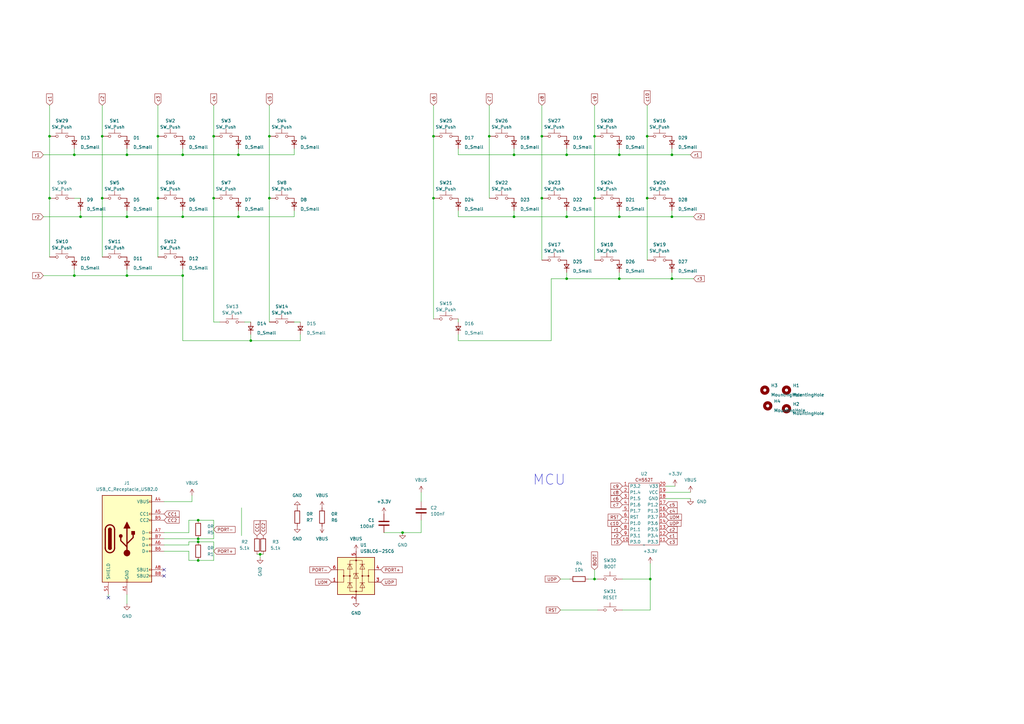
<source format=kicad_sch>
(kicad_sch (version 20230121) (generator eeschema)
  (paper "A3")
  (lib_symbols
    (symbol "Connector:USB_C_Receptacle_USB2.0" (pin_names (offset 1.016))
      (property "Reference" "J" (at -10.16 19.05 0))
      (property "Value" "USB_C_Receptacle_USB2.0" (at 19.05 19.05 0))
      (symbol "USB_C_Receptacle_USB2.0_0_0"
        (rectangle (start -0.254 -17.78) (end 0.254 -16.764))
        (rectangle (start 10.16 -14.986) (end 9.144 -15.494))
        (rectangle (start 10.16 -12.446) (end 9.144 -12.954))
        (rectangle (start 10.16 -4.826) (end 9.144 -5.334))
        (rectangle (start 10.16 -2.286) (end 9.144 -2.794))
        (rectangle (start 10.16 0.254) (end 9.144 -0.254))
        (rectangle (start 10.16 2.794) (end 9.144 2.286))
        (rectangle (start 10.16 7.874) (end 9.144 7.366))
        (rectangle (start 10.16 10.414) (end 9.144 9.906))
        (rectangle (start 10.16 15.494) (end 9.144 14.986))
      )
      (symbol "USB_C_Receptacle_USB2.0_0_1"
        (rectangle (start -10.16 17.78) (end 10.16 -17.78) (stroke (width 0.254)) (fill (type background)))
        (arc (start -8.89 -3.81) (mid -6.985 -5.7067) (end -5.08 -3.81) (stroke (width 0.508)))
        (arc (start -7.62 -3.81) (mid -6.985 -4.4423) (end -6.35 -3.81) (stroke (width 0.254)))
        (arc (start -7.62 -3.81) (mid -6.985 -4.4423) (end -6.35 -3.81) (stroke (width 0.254)) (fill (type outline)))
        (rectangle (start -7.62 -3.81) (end -6.35 3.81) (stroke (width 0.254)) (fill (type outline)))
        (arc (start -6.35 3.81) (mid -6.985 4.4423) (end -7.62 3.81) (stroke (width 0.254)))
        (arc (start -6.35 3.81) (mid -6.985 4.4423) (end -7.62 3.81) (stroke (width 0.254)) (fill (type outline)))
        (arc (start -5.08 3.81) (mid -6.985 5.7067) (end -8.89 3.81) (stroke (width 0.508)))
        (circle (center -2.54 1.143) (radius 0.635) (stroke (width 0.254)) (fill (type outline)))
        (circle (center 0 -5.842) (radius 1.27) (fill (type outline)))
        (polyline (pts (xy -8.89 -3.81) (xy -8.89 3.81)) (stroke (width 0.508)))
        (polyline (pts (xy -5.08 3.81) (xy -5.08 -3.81)) (stroke (width 0.508)))
        (polyline (pts (xy 0 -5.842) (xy 0 4.318)) (stroke (width 0.508)))
        (polyline (pts (xy 0 -3.302) (xy -2.54 -0.762) (xy -2.54 0.508)) (stroke (width 0.508)))
        (polyline (pts (xy 0 -2.032) (xy 2.54 0.508) (xy 2.54 1.778)) (stroke (width 0.508)))
        (polyline (pts (xy -1.27 4.318) (xy 0 6.858) (xy 1.27 4.318) (xy -1.27 4.318)) (stroke (width 0.254)) (fill (type outline)))
        (rectangle (start 1.905 1.778) (end 3.175 3.048) (stroke (width 0.254)) (fill (type outline)))
      )
      (symbol "USB_C_Receptacle_USB2.0_1_1"
        (pin passive line (at 0 -22.86 90) (length 5.08) (name "GND") (number "A1"))
        (pin passive line (at 0 -22.86 90) (length 5.08) hide (name "GND") (number "A12"))
        (pin passive line (at 15.24 15.24 180) (length 5.08) (name "VBUS") (number "A4"))
        (pin bidirectional line (at 15.24 10.16 180) (length 5.08) (name "CC1") (number "A5"))
        (pin bidirectional line (at 15.24 -2.54 180) (length 5.08) (name "D+") (number "A6"))
        (pin bidirectional line (at 15.24 2.54 180) (length 5.08) (name "D-") (number "A7"))
        (pin bidirectional line (at 15.24 -12.7 180) (length 5.08) (name "SBU1") (number "A8"))
        (pin passive line (at 15.24 15.24 180) (length 5.08) hide (name "VBUS") (number "A9"))
        (pin passive line (at 0 -22.86 90) (length 5.08) hide (name "GND") (number "B1"))
        (pin passive line (at 0 -22.86 90) (length 5.08) hide (name "GND") (number "B12"))
        (pin passive line (at 15.24 15.24 180) (length 5.08) hide (name "VBUS") (number "B4"))
        (pin bidirectional line (at 15.24 7.62 180) (length 5.08) (name "CC2") (number "B5"))
        (pin bidirectional line (at 15.24 -5.08 180) (length 5.08) (name "D+") (number "B6"))
        (pin bidirectional line (at 15.24 0 180) (length 5.08) (name "D-") (number "B7"))
        (pin bidirectional line (at 15.24 -15.24 180) (length 5.08) (name "SBU2") (number "B8"))
        (pin passive line (at 15.24 15.24 180) (length 5.08) hide (name "VBUS") (number "B9"))
        (pin passive line (at -7.62 -22.86 90) (length 5.08) (name "SHIELD") (number "S1"))
      )
    )
    (symbol "Device:C" (pin_numbers hide) (pin_names (offset 0.254))
      (property "Reference" "C" (at 0.635 2.54 0))
      (property "Value" "C" (at 0.635 -2.54 0))
      (symbol "C_0_1"
        (polyline (pts (xy -2.032 -0.762) (xy 2.032 -0.762)) (stroke (width 0.508)))
        (polyline (pts (xy -2.032 0.762) (xy 2.032 0.762)) (stroke (width 0.508)))
      )
      (symbol "C_1_1"
        (pin passive line (at 0 3.81 270) (length 2.794) (name "~") (number "1"))
        (pin passive line (at 0 -3.81 90) (length 2.794) (name "~") (number "2"))
      )
    )
    (symbol "Device:D_Small" (pin_numbers hide) (pin_names (offset 0.254) hide)
      (property "Reference" "D" (at -1.27 2.032 0))
      (property "Value" "D_Small" (at -3.81 -2.032 0))
      (symbol "D_Small_0_1"
        (polyline (pts (xy -0.762 -1.016) (xy -0.762 1.016)) (stroke (width 0.254)))
        (polyline (pts (xy -0.762 0) (xy 0.762 0)))
        (polyline (pts (xy 0.762 -1.016) (xy -0.762 0) (xy 0.762 1.016) (xy 0.762 -1.016)) (stroke (width 0.254)))
      )
      (symbol "D_Small_1_1"
        (pin passive line (at -2.54 0 0) (length 1.778) (name "K") (number "1"))
        (pin passive line (at 2.54 0 180) (length 1.778) (name "A") (number "2"))
      )
    )
    (symbol "Device:R" (pin_numbers hide) (pin_names (offset 0))
      (property "Reference" "R" (at 2.032 0 90))
      (property "Value" "R" (at 0 0 90))
      (symbol "R_0_1"
        (rectangle (start -1.016 -2.54) (end 1.016 2.54) (stroke (width 0.254)))
      )
      (symbol "R_1_1"
        (pin passive line (at 0 3.81 270) (length 1.27) (name "~") (number "1"))
        (pin passive line (at 0 -3.81 90) (length 1.27) (name "~") (number "2"))
      )
    )
    (symbol "Mechanical:MountingHole" (pin_names (offset 1.016))
      (property "Reference" "H" (at 0 5.08 0))
      (property "Value" "MountingHole" (at 0 3.175 0))
      (symbol "MountingHole_0_1"
        (circle (center 0 0) (radius 1.27) (stroke (width 1.27)))
      )
    )
    (symbol "Power_Protection:USBLC6-2SC6" (pin_names hide)
      (property "Reference" "U" (at 2.54 8.89 0))
      (property "Value" "USBLC6-2SC6" (at 2.54 -8.89 0))
      (symbol "USBLC6-2SC6_0_1"
        (rectangle (start -7.62 -7.62) (end 7.62 7.62) (stroke (width 0.254)) (fill (type background)))
        (circle (center -5.08 0) (radius 0.254) (fill (type outline)))
        (circle (center -2.54 0) (radius 0.254) (fill (type outline)))
        (rectangle (start -2.54 6.35) (end 2.54 -6.35))
        (circle (center 0 -6.35) (radius 0.254) (fill (type outline)))
        (polyline (pts (xy -5.08 -2.54) (xy -7.62 -2.54)))
        (polyline (pts (xy -5.08 0) (xy -5.08 -2.54)))
        (polyline (pts (xy -5.08 2.54) (xy -7.62 2.54)))
        (polyline (pts (xy -1.524 -2.794) (xy -3.556 -2.794)))
        (polyline (pts (xy -1.524 4.826) (xy -3.556 4.826)))
        (polyline (pts (xy 0 -7.62) (xy 0 -6.35)))
        (polyline (pts (xy 0 -6.35) (xy 0 1.27)))
        (polyline (pts (xy 0 1.27) (xy 0 6.35)))
        (polyline (pts (xy 0 6.35) (xy 0 7.62)))
        (polyline (pts (xy 1.524 -2.794) (xy 3.556 -2.794)))
        (polyline (pts (xy 1.524 4.826) (xy 3.556 4.826)))
        (polyline (pts (xy 5.08 -2.54) (xy 7.62 -2.54)))
        (polyline (pts (xy 5.08 0) (xy 5.08 -2.54)))
        (polyline (pts (xy 5.08 2.54) (xy 7.62 2.54)))
        (polyline (pts (xy -2.54 0) (xy -5.08 0) (xy -5.08 2.54)))
        (polyline (pts (xy 2.54 0) (xy 5.08 0) (xy 5.08 2.54)))
        (polyline (pts (xy -3.556 -4.826) (xy -1.524 -4.826) (xy -2.54 -2.794) (xy -3.556 -4.826)))
        (polyline (pts (xy -3.556 2.794) (xy -1.524 2.794) (xy -2.54 4.826) (xy -3.556 2.794)))
        (polyline (pts (xy -1.016 -1.016) (xy 1.016 -1.016) (xy 0 1.016) (xy -1.016 -1.016)))
        (polyline (pts (xy 1.016 1.016) (xy 0.762 1.016) (xy -1.016 1.016) (xy -1.016 0.508)))
        (polyline (pts (xy 3.556 -4.826) (xy 1.524 -4.826) (xy 2.54 -2.794) (xy 3.556 -4.826)))
        (polyline (pts (xy 3.556 2.794) (xy 1.524 2.794) (xy 2.54 4.826) (xy 3.556 2.794)))
        (circle (center 0 6.35) (radius 0.254) (fill (type outline)))
        (circle (center 2.54 0) (radius 0.254) (fill (type outline)))
        (circle (center 5.08 0) (radius 0.254) (fill (type outline)))
      )
      (symbol "USBLC6-2SC6_1_1"
        (pin passive line (at -10.16 -2.54 0) (length 2.54) (name "I/O1") (number "1"))
        (pin passive line (at 0 -10.16 90) (length 2.54) (name "GND") (number "2"))
        (pin passive line (at 10.16 -2.54 180) (length 2.54) (name "I/O2") (number "3"))
        (pin passive line (at 10.16 2.54 180) (length 2.54) (name "I/O2") (number "4"))
        (pin passive line (at 0 10.16 270) (length 2.54) (name "VBUS") (number "5"))
        (pin passive line (at -10.16 2.54 0) (length 2.54) (name "I/O1") (number "6"))
      )
    )
    (symbol "Switch:SW_Push" (pin_numbers hide) (pin_names (offset 1.016) hide)
      (property "Reference" "SW" (at 1.27 2.54 0))
      (property "Value" "SW_Push" (at 0 -1.524 0))
      (symbol "SW_Push_0_1"
        (circle (center -2.032 0) (radius 0.508))
        (polyline (pts (xy 0 1.27) (xy 0 3.048)))
        (polyline (pts (xy 2.54 1.27) (xy -2.54 1.27)))
        (circle (center 2.032 0) (radius 0.508))
        (pin passive line (at -5.08 0 0) (length 2.54) (name "1") (number "1"))
        (pin passive line (at 5.08 0 180) (length 2.54) (name "2") (number "2"))
      )
    )
    (symbol "apfel:mcu_ch552t_tssop-20"
      (property "Reference" "U1" (at 0 16.51 0))
      (property "Value" "~" (at 0 -12.7 0))
      (symbol "mcu_ch552t_tssop-20_0_1"
        (rectangle (start -6.35 12.7) (end 6.35 -12.7))
      )
      (symbol "mcu_ch552t_tssop-20_1_1"
        (text "CH552T\n" (at 0 13.97 0) (effects (font (size 1.27 1.27))))
        (pin input line (at -8.89 11.43 0) (length 2.54) (name "P3.2") (number "1"))
        (pin input line (at -8.89 -11.43 0) (length 2.54) (name "P3.0") (number "10"))
        (pin input line (at 8.89 -11.43 180) (length 2.54) (name "P3.3") (number "11"))
        (pin input line (at 8.89 -8.89 180) (length 2.54) (name "P3.4") (number "12"))
        (pin input line (at 8.89 -6.35 180) (length 2.54) (name "P3.5") (number "13"))
        (pin input line (at 8.89 -3.81 180) (length 2.54) (name "P3.6") (number "14"))
        (pin input line (at 8.89 -1.27 180) (length 2.54) (name "P3.7") (number "15"))
        (pin input line (at 8.89 1.27 180) (length 2.54) (name "P1.3") (number "16"))
        (pin input line (at 8.89 3.81 180) (length 2.54) (name "P1.2") (number "17"))
        (pin input line (at 8.89 6.35 180) (length 2.54) (name "GND") (number "18"))
        (pin input line (at 8.89 8.89 180) (length 2.54) (name "VCC") (number "19"))
        (pin input line (at -8.89 8.89 0) (length 2.54) (name "P1.4") (number "2"))
        (pin input line (at 8.89 11.43 180) (length 2.54) (name "V33") (number "20"))
        (pin input line (at -8.89 6.35 0) (length 2.54) (name "P1.5") (number "3"))
        (pin input line (at -8.89 3.81 0) (length 2.54) (name "P1.6") (number "4"))
        (pin input line (at -8.89 1.27 0) (length 2.54) (name "P1.7") (number "5"))
        (pin input line (at -8.89 -1.27 0) (length 2.54) (name "RST") (number "6"))
        (pin input line (at -8.89 -3.81 0) (length 2.54) (name "P1.0") (number "7"))
        (pin input line (at -8.89 -6.35 0) (length 2.54) (name "P1.1") (number "8"))
        (pin input line (at -8.89 -8.89 0) (length 2.54) (name "P3.1") (number "9"))
      )
    )
    (symbol "power:+3.3V" (power) (pin_names (offset 0))
      (property "Value" "+3.3V" (at 0 3.556 0))
      (symbol "+3.3V_0_1"
        (polyline (pts (xy -0.762 1.27) (xy 0 2.54)))
        (polyline (pts (xy 0 0) (xy 0 2.54)))
        (polyline (pts (xy 0 2.54) (xy 0.762 1.27)))
      )
      (symbol "+3.3V_1_1"
        (pin power_in line (at 0 0 90) (length 0) hide (name "+3.3V") (number "1"))
      )
    )
    (symbol "power:GND" (power) (pin_names (offset 0))
      (property "Value" "GND" (at 0 -3.81 0))
      (symbol "GND_0_1"
        (polyline (pts (xy 0 0) (xy 0 -1.27) (xy 1.27 -1.27) (xy 0 -2.54) (xy -1.27 -1.27) (xy 0 -1.27)))
      )
      (symbol "GND_1_1"
        (pin power_in line (at 0 0 270) (length 0) hide (name "GND") (number "1"))
      )
    )
    (symbol "power:VBUS" (power) (pin_names (offset 0))
      (property "Value" "VBUS" (at 0 3.81 0))
      (symbol "VBUS_0_1"
        (polyline (pts (xy -0.762 1.27) (xy 0 2.54)))
        (polyline (pts (xy 0 0) (xy 0 2.54)))
        (polyline (pts (xy 0 2.54) (xy 0.762 1.27)))
      )
      (symbol "VBUS_1_1"
        (pin power_in line (at 0 0 90) (length 0) hide (name "VBUS") (number "1"))
      )
    )
  )
  (junction (at 210.82 63.5))
  (junction (at 97.79 63.5))
  (junction (at 81.28 222.25))
  (junction (at 30.48 113.03))
  (junction (at 254 63.5))
  (junction (at 200.66 55.88))
  (junction (at 74.93 63.5))
  (junction (at 275.59 114.3))
  (junction (at 110.49 55.88))
  (junction (at 97.79 88.9))
  (junction (at 87.63 81.28))
  (junction (at 20.32 81.28))
  (junction (at 275.59 63.5))
  (junction (at 165.1 218.44))
  (junction (at 177.8 55.88))
  (junction (at 52.07 88.9))
  (junction (at 232.41 114.3))
  (junction (at 275.59 88.9))
  (junction (at 30.48 63.5))
  (junction (at 81.28 229.87))
  (junction (at 41.91 55.88))
  (junction (at 106.68 227.33))
  (junction (at 52.07 63.5))
  (junction (at 81.28 213.36))
  (junction (at 243.84 55.88))
  (junction (at 243.84 81.28))
  (junction (at 222.25 55.88))
  (junction (at 222.25 81.28))
  (junction (at 74.93 113.03))
  (junction (at 64.77 55.88))
  (junction (at 254 88.9))
  (junction (at 243.84 237.49))
  (junction (at 177.8 81.28))
  (junction (at 266.7 237.49))
  (junction (at 265.43 81.28))
  (junction (at 87.63 55.88))
  (junction (at 102.87 139.7))
  (junction (at 210.82 88.9))
  (junction (at 41.91 81.28))
  (junction (at 81.28 220.98))
  (junction (at 232.41 63.5))
  (junction (at 52.07 113.03))
  (junction (at 232.41 88.9))
  (junction (at 20.32 55.88))
  (junction (at 33.02 88.9))
  (junction (at 265.43 55.88))
  (junction (at 64.77 81.28))
  (junction (at 74.93 88.9))
  (junction (at 254 114.3))
  (junction (at 110.49 81.28))
  (no_connect (at 67.31 233.68))
  (no_connect (at 44.45 245.11))
  (no_connect (at 67.31 236.22))
  (wire (pts (xy 105.41 227.33) (xy 106.68 227.33)))
  (wire (pts (xy 110.49 81.28) (xy 110.49 132.08)))
  (wire (pts (xy 20.32 81.28) (xy 20.32 55.88)))
  (wire (pts (xy 30.48 113.03) (xy 52.07 113.03)))
  (wire (pts (xy 52.07 63.5) (xy 30.48 63.5)))
  (wire (pts (xy 17.78 63.5) (xy 30.48 63.5)))
  (wire (pts (xy 52.07 60.96) (xy 52.07 63.5)))
  (wire (pts (xy 52.07 88.9) (xy 74.93 88.9)))
  (wire (pts (xy 200.66 81.28) (xy 200.66 55.88)))
  (wire (pts (xy 177.8 130.81) (xy 177.8 81.28)))
  (wire (pts (xy 77.47 218.44) (xy 77.47 213.36)))
  (wire (pts (xy 243.84 81.28) (xy 243.84 106.68)))
  (wire (pts (xy 120.65 60.96) (xy 120.65 63.5)))
  (wire (pts (xy 210.82 88.9) (xy 232.41 88.9)))
  (wire (pts (xy 77.47 222.25) (xy 81.28 222.25)))
  (wire (pts (xy 226.06 114.3) (xy 232.41 114.3)))
  (wire (pts (xy 273.05 201.93) (xy 283.21 201.93)))
  (wire (pts (xy 102.87 137.16) (xy 102.87 139.7)))
  (wire (pts (xy 254 63.5) (xy 254 60.96)))
  (wire (pts (xy 67.31 205.74) (xy 78.74 205.74)))
  (wire (pts (xy 243.84 43.18) (xy 243.84 55.88)))
  (wire (pts (xy 266.7 250.19) (xy 255.27 250.19)))
  (wire (pts (xy 275.59 63.5) (xy 283.21 63.5)))
  (wire (pts (xy 90.17 132.08) (xy 87.63 132.08)))
  (wire (pts (xy 74.93 110.49) (xy 74.93 113.03)))
  (wire (pts (xy 81.28 220.98) (xy 67.31 220.98)))
  (wire (pts (xy 265.43 43.18) (xy 265.43 55.88)))
  (wire (pts (xy 99.06 208.28) (xy 99.06 219.71)))
  (wire (pts (xy 74.93 139.7) (xy 102.87 139.7)))
  (wire (pts (xy 97.79 86.36) (xy 97.79 88.9)))
  (wire (pts (xy 254 63.5) (xy 275.59 63.5)))
  (wire (pts (xy 81.28 222.25) (xy 87.63 222.25)))
  (wire (pts (xy 87.63 213.36) (xy 87.63 220.98)))
  (wire (pts (xy 222.25 81.28) (xy 222.25 106.68)))
  (wire (pts (xy 77.47 223.52) (xy 77.47 222.25)))
  (wire (pts (xy 187.96 60.96) (xy 187.96 63.5)))
  (wire (pts (xy 120.65 86.36) (xy 120.65 88.9)))
  (wire (pts (xy 17.78 113.03) (xy 30.48 113.03)))
  (wire (pts (xy 275.59 60.96) (xy 275.59 63.5)))
  (wire (pts (xy 41.91 105.41) (xy 41.91 81.28)))
  (wire (pts (xy 41.91 43.18) (xy 41.91 55.88)))
  (wire (pts (xy 123.19 137.16) (xy 123.19 139.7)))
  (wire (pts (xy 232.41 88.9) (xy 254 88.9)))
  (wire (pts (xy 97.79 63.5) (xy 120.65 63.5)))
  (wire (pts (xy 52.07 113.03) (xy 74.93 113.03)))
  (wire (pts (xy 210.82 86.36) (xy 210.82 88.9)))
  (wire (pts (xy 232.41 111.76) (xy 232.41 114.3)))
  (wire (pts (xy 210.82 63.5) (xy 232.41 63.5)))
  (wire (pts (xy 283.21 204.47) (xy 273.05 204.47)))
  (wire (pts (xy 97.79 88.9) (xy 120.65 88.9)))
  (wire (pts (xy 67.31 218.44) (xy 77.47 218.44)))
  (wire (pts (xy 187.96 137.16) (xy 187.96 139.7)))
  (wire (pts (xy 254 114.3) (xy 275.59 114.3)))
  (wire (pts (xy 254 88.9) (xy 275.59 88.9)))
  (wire (pts (xy 77.47 213.36) (xy 81.28 213.36)))
  (wire (pts (xy 232.41 114.3) (xy 254 114.3)))
  (wire (pts (xy 87.63 222.25) (xy 87.63 229.87)))
  (wire (pts (xy 187.96 139.7) (xy 226.06 139.7)))
  (wire (pts (xy 74.93 60.96) (xy 74.93 63.5)))
  (wire (pts (xy 177.8 43.18) (xy 177.8 55.88)))
  (wire (pts (xy 30.48 63.5) (xy 30.48 60.96)))
  (wire (pts (xy 100.33 132.08) (xy 102.87 132.08)))
  (wire (pts (xy 232.41 60.96) (xy 232.41 63.5)))
  (wire (pts (xy 67.31 223.52) (xy 77.47 223.52)))
  (wire (pts (xy 243.84 237.49) (xy 245.11 237.49)))
  (wire (pts (xy 106.68 227.33) (xy 106.68 228.6)))
  (wire (pts (xy 157.48 218.44) (xy 165.1 218.44)))
  (wire (pts (xy 20.32 55.88) (xy 20.32 43.18)))
  (wire (pts (xy 243.84 55.88) (xy 243.84 81.28)))
  (wire (pts (xy 266.7 237.49) (xy 266.7 250.19)))
  (wire (pts (xy 172.72 218.44) (xy 172.72 213.36)))
  (wire (pts (xy 74.93 63.5) (xy 97.79 63.5)))
  (wire (pts (xy 187.96 88.9) (xy 210.82 88.9)))
  (wire (pts (xy 67.31 226.06) (xy 77.47 226.06)))
  (wire (pts (xy 17.78 88.9) (xy 33.02 88.9)))
  (wire (pts (xy 106.68 227.33) (xy 107.95 227.33)))
  (wire (pts (xy 273.05 199.39) (xy 276.86 199.39)))
  (wire (pts (xy 110.49 81.28) (xy 110.49 55.88)))
  (wire (pts (xy 87.63 55.88) (xy 87.63 81.28)))
  (wire (pts (xy 52.07 86.36) (xy 52.07 88.9)))
  (wire (pts (xy 177.8 55.88) (xy 177.8 81.28)))
  (wire (pts (xy 110.49 43.18) (xy 110.49 55.88)))
  (wire (pts (xy 255.27 237.49) (xy 266.7 237.49)))
  (wire (pts (xy 187.96 130.81) (xy 187.96 132.08)))
  (wire (pts (xy 64.77 81.28) (xy 64.77 105.41)))
  (wire (pts (xy 232.41 63.5) (xy 254 63.5)))
  (wire (pts (xy 52.07 110.49) (xy 52.07 113.03)))
  (wire (pts (xy 77.47 229.87) (xy 77.47 226.06)))
  (wire (pts (xy 78.74 205.74) (xy 78.74 203.2)))
  (wire (pts (xy 222.25 55.88) (xy 222.25 43.18)))
  (wire (pts (xy 222.25 55.88) (xy 222.25 81.28)))
  (wire (pts (xy 266.7 231.14) (xy 266.7 237.49)))
  (wire (pts (xy 165.1 218.44) (xy 172.72 218.44)))
  (wire (pts (xy 187.96 63.5) (xy 210.82 63.5)))
  (wire (pts (xy 172.72 201.93) (xy 172.72 205.74)))
  (wire (pts (xy 74.93 86.36) (xy 74.93 88.9)))
  (wire (pts (xy 232.41 86.36) (xy 232.41 88.9)))
  (wire (pts (xy 254 88.9) (xy 254 86.36)))
  (wire (pts (xy 229.87 250.19) (xy 245.11 250.19)))
  (wire (pts (xy 41.91 55.88) (xy 41.91 81.28)))
  (wire (pts (xy 243.84 233.68) (xy 243.84 237.49)))
  (wire (pts (xy 120.65 132.08) (xy 123.19 132.08)))
  (wire (pts (xy 87.63 132.08) (xy 87.63 81.28)))
  (wire (pts (xy 254 111.76) (xy 254 114.3)))
  (wire (pts (xy 275.59 88.9) (xy 275.59 86.36)))
  (wire (pts (xy 265.43 81.28) (xy 265.43 106.68)))
  (wire (pts (xy 81.28 229.87) (xy 77.47 229.87)))
  (wire (pts (xy 265.43 55.88) (xy 265.43 81.28)))
  (wire (pts (xy 275.59 88.9) (xy 284.48 88.9)))
  (wire (pts (xy 102.87 139.7) (xy 123.19 139.7)))
  (wire (pts (xy 64.77 81.28) (xy 64.77 55.88)))
  (wire (pts (xy 30.48 81.28) (xy 33.02 81.28)))
  (wire (pts (xy 97.79 60.96) (xy 97.79 63.5)))
  (wire (pts (xy 20.32 81.28) (xy 20.32 105.41)))
  (wire (pts (xy 81.28 213.36) (xy 87.63 213.36)))
  (wire (pts (xy 87.63 43.18) (xy 87.63 55.88)))
  (wire (pts (xy 33.02 88.9) (xy 52.07 88.9)))
  (wire (pts (xy 210.82 60.96) (xy 210.82 63.5)))
  (wire (pts (xy 74.93 88.9) (xy 97.79 88.9)))
  (wire (pts (xy 52.07 63.5) (xy 74.93 63.5)))
  (wire (pts (xy 81.28 229.87) (xy 87.63 229.87)))
  (wire (pts (xy 275.59 111.76) (xy 275.59 114.3)))
  (wire (pts (xy 33.02 86.36) (xy 33.02 88.9)))
  (wire (pts (xy 44.45 243.84) (xy 44.45 245.11)))
  (wire (pts (xy 64.77 43.18) (xy 64.77 55.88)))
  (wire (pts (xy 87.63 220.98) (xy 81.28 220.98)))
  (wire (pts (xy 200.66 43.18) (xy 200.66 55.88)))
  (wire (pts (xy 30.48 110.49) (xy 30.48 113.03)))
  (wire (pts (xy 187.96 86.36) (xy 187.96 88.9)))
  (wire (pts (xy 241.3 237.49) (xy 243.84 237.49)))
  (wire (pts (xy 284.48 114.3) (xy 275.59 114.3)))
  (wire (pts (xy 52.07 243.84) (xy 52.07 247.65)))
  (wire (pts (xy 74.93 139.7) (xy 74.93 113.03)))
  (wire (pts (xy 226.06 139.7) (xy 226.06 114.3)))
  (wire (pts (xy 229.87 237.49) (xy 233.68 237.49)))
  (text "MCU" (at 218.44 199.39 0) (effects (font (size 4.2 4.2)) (justify left bottom)))
  (global_label "CC2" (shape input) (at 107.95 219.71 90) (property "Intersheetrefs" "${INTERSHEET_REFS}" (effects hide)))
  (global_label "RST" (shape input) (at 229.87 250.19 180) (property "Intersheetrefs" "${INTERSHEET_REFS}" (effects hide)))
  (global_label "r2" (shape input) (at 17.78 88.9 180) (property "Intersheetrefs" "${INTERSHEET_REFS}" (effects hide)))
  (global_label "PORT+" (shape input) (at 156.21 233.68 0) (property "Intersheetrefs" "${INTERSHEET_REFS}" (effects hide)))
  (global_label "c1" (shape input) (at 20.32 43.18 90) (property "Intersheetrefs" "${INTERSHEET_REFS}" (effects hide)))
  (global_label "PORT-" (shape input) (at 135.89 233.68 180) (property "Intersheetrefs" "${INTERSHEET_REFS}" (effects hide)))
  (global_label "r2" (shape input) (at 284.48 88.9 0) (property "Intersheetrefs" "${INTERSHEET_REFS}" (effects hide)))
  (global_label "c8" (shape input) (at 255.27 201.93 180) (property "Intersheetrefs" "${INTERSHEET_REFS}" (effects hide)))
  (global_label "r3" (shape input) (at 17.78 113.03 180) (property "Intersheetrefs" "${INTERSHEET_REFS}" (effects hide)))
  (global_label "c3" (shape input) (at 64.77 43.18 90) (property "Intersheetrefs" "${INTERSHEET_REFS}" (effects hide)))
  (global_label "c8" (shape input) (at 222.25 43.18 90) (property "Intersheetrefs" "${INTERSHEET_REFS}" (effects hide)))
  (global_label "CC2" (shape input) (at 67.31 213.36 0) (property "Intersheetrefs" "${INTERSHEET_REFS}" (effects hide)))
  (global_label "c6" (shape input) (at 255.27 204.47 180) (property "Intersheetrefs" "${INTERSHEET_REFS}" (effects hide)))
  (global_label "UDM" (shape input) (at 135.89 238.76 180) (property "Intersheetrefs" "${INTERSHEET_REFS}" (effects hide)))
  (global_label "c2" (shape input) (at 273.05 217.17 0) (property "Intersheetrefs" "${INTERSHEET_REFS}" (effects hide)))
  (global_label "c3" (shape input) (at 273.05 222.25 0) (property "Intersheetrefs" "${INTERSHEET_REFS}" (effects hide)))
  (global_label "c5" (shape input) (at 273.05 207.01 0) (property "Intersheetrefs" "${INTERSHEET_REFS}" (effects hide)))
  (global_label "c7" (shape input) (at 255.27 207.01 180) (property "Intersheetrefs" "${INTERSHEET_REFS}" (effects hide)))
  (global_label "r1" (shape input) (at 283.21 63.5 0) (property "Intersheetrefs" "${INTERSHEET_REFS}" (effects hide)))
  (global_label "c7" (shape input) (at 200.66 43.18 90) (property "Intersheetrefs" "${INTERSHEET_REFS}" (effects hide)))
  (global_label "PORT-" (shape input) (at 87.63 217.17 0) (property "Intersheetrefs" "${INTERSHEET_REFS}" (effects hide)))
  (global_label "UDM" (shape input) (at 273.05 212.09 0) (property "Intersheetrefs" "${INTERSHEET_REFS}" (effects hide)))
  (global_label "c1" (shape input) (at 273.05 219.71 0) (property "Intersheetrefs" "${INTERSHEET_REFS}" (effects hide)))
  (global_label "r1" (shape input) (at 255.27 217.17 180) (property "Intersheetrefs" "${INTERSHEET_REFS}" (effects hide)))
  (global_label "c6" (shape input) (at 177.8 43.18 90) (property "Intersheetrefs" "${INTERSHEET_REFS}" (effects hide)))
  (global_label "UDP" (shape input) (at 156.21 238.76 0) (property "Intersheetrefs" "${INTERSHEET_REFS}" (effects hide)))
  (global_label "c9" (shape input) (at 255.27 199.39 180) (property "Intersheetrefs" "${INTERSHEET_REFS}" (effects hide)))
  (global_label "r1" (shape input) (at 17.78 63.5 180) (property "Intersheetrefs" "${INTERSHEET_REFS}" (effects hide)))
  (global_label "UDP" (shape input) (at 229.87 237.49 180) (property "Intersheetrefs" "${INTERSHEET_REFS}" (effects hide)))
  (global_label "BOOT" (shape input) (at 243.84 233.68 90) (property "Intersheetrefs" "${INTERSHEET_REFS}" (effects hide)))
  (global_label "c4" (shape input) (at 87.63 43.18 90) (property "Intersheetrefs" "${INTERSHEET_REFS}" (effects hide)))
  (global_label "CC1" (shape input) (at 105.41 219.71 90) (property "Intersheetrefs" "${INTERSHEET_REFS}" (effects hide)))
  (global_label "CC1" (shape input) (at 67.31 210.82 0) (property "Intersheetrefs" "${INTERSHEET_REFS}" (effects hide)))
  (global_label "c10" (shape input) (at 265.43 43.18 90) (property "Intersheetrefs" "${INTERSHEET_REFS}" (effects hide)))
  (global_label "PORT+" (shape input) (at 87.63 226.06 0) (property "Intersheetrefs" "${INTERSHEET_REFS}" (effects hide)))
  (global_label "UDP" (shape input) (at 273.05 214.63 0) (property "Intersheetrefs" "${INTERSHEET_REFS}" (effects hide)))
  (global_label "c2" (shape input) (at 41.91 43.18 90) (property "Intersheetrefs" "${INTERSHEET_REFS}" (effects hide)))
  (global_label "c9" (shape input) (at 243.84 43.18 90) (property "Intersheetrefs" "${INTERSHEET_REFS}" (effects hide)))
  (global_label "c5" (shape input) (at 110.49 43.18 90) (property "Intersheetrefs" "${INTERSHEET_REFS}" (effects hide)))
  (global_label "r3" (shape input) (at 255.27 222.25 180) (property "Intersheetrefs" "${INTERSHEET_REFS}" (effects hide)))
  (global_label "r3" (shape input) (at 284.48 114.3 0) (property "Intersheetrefs" "${INTERSHEET_REFS}" (effects hide)))
  (global_label "RST" (shape input) (at 255.27 212.09 180) (property "Intersheetrefs" "${INTERSHEET_REFS}" (effects hide)))
  (global_label "c4" (shape input) (at 273.05 209.55 0) (property "Intersheetrefs" "${INTERSHEET_REFS}" (effects hide)))
  (global_label "r2" (shape input) (at 255.27 219.71 180) (property "Intersheetrefs" "${INTERSHEET_REFS}" (effects hide)))
  (global_label "c10" (shape input) (at 255.27 214.63 180) (property "Intersheetrefs" "${INTERSHEET_REFS}" (effects hide)))
  (symbol (lib_id "Device:C") (at 157.48 214.63 0) (unit 1)
    (property "Reference" "C1" (at 153.67 213.36 0) (effects (justify right)))
    (property "Value" "100nF" (at 153.67 215.9 0) (effects (justify right)))
    (property "Footprint" "weteor:C_0603_HandSolder" (effects hide))
    (property "LCSC" "C1525" (effects hide))
  )
  (symbol (lib_id "Switch:SW_Push") (at 92.71 81.28 0) (unit 1)
    (property "Reference" "SW7" (at 92.71 74.93 0))
    (property "Value" "SW_Push" (at 92.71 77.47 0))
    (property "Footprint" "weteor:ChocV1_V2_Hotswap_3d" (effects hide))
  )
  (symbol (lib_id "Switch:SW_Push") (at 25.4 55.88 0) (unit 1)
    (property "Reference" "SW29" (at 25.4 49.53 0))
    (property "Value" "SW_Push" (at 25.4 52.07 0))
    (property "Footprint" "weteor:ChocV1_V2_Hotswap_3d" (effects hide))
  )
  (symbol (lib_id "power:VBUS") (at 132.08 215.9 180) (unit 1)
    (property "Reference" "#PWR016" (effects hide))
    (property "Value" "VBUS" (at 132.08 220.98 0))
  )
  (symbol (lib_id "Switch:SW_Push") (at 227.33 81.28 0) (unit 1)
    (property "Reference" "SW23" (at 227.33 74.93 0))
    (property "Value" "SW_Push" (at 227.33 77.47 0))
    (property "Footprint" "weteor:ChocV1_V2_Hotswap_3d" (effects hide))
  )
  (symbol (lib_id "Device:D_Small") (at 254 109.22 90) (unit 1)
    (property "Reference" "D26" (at 256.54 107.3149 90) (effects (justify right)))
    (property "Value" "D_Small" (at 256.54 111.1249 90) (effects (justify right)))
    (property "Footprint" "weteor:D_SOD-123" (effects hide))
    (property "Sim.Device" "D" (effects hide))
    (property "Sim.Pins" "1=K 2=A" (effects hide))
  )
  (symbol (lib_id "Device:R") (at 237.49 237.49 90) (unit 1)
    (property "Reference" "R4" (at 237.49 231.14 90))
    (property "Value" "10k" (at 237.49 233.68 90))
    (property "Footprint" "weteor:R_0603_HandSolder" (effects hide))
    (property "LCSC" "C25744" (effects hide))
  )
  (symbol (lib_id "Device:D_Small") (at 120.65 83.82 90) (unit 1)
    (property "Reference" "D8" (at 123.19 81.9149 90) (effects (justify right)))
    (property "Value" "D_Small" (at 123.19 85.7249 90) (effects (justify right)))
    (property "Footprint" "weteor:D_SOD-123" (effects hide))
    (property "Sim.Device" "D" (effects hide))
    (property "Sim.Pins" "1=K 2=A" (effects hide))
  )
  (symbol (lib_id "Device:D_Small") (at 232.41 109.22 90) (unit 1)
    (property "Reference" "D25" (at 234.95 107.3149 90) (effects (justify right)))
    (property "Value" "D_Small" (at 234.95 111.1249 90) (effects (justify right)))
    (property "Footprint" "weteor:D_SOD-123" (effects hide))
    (property "Sim.Device" "D" (effects hide))
    (property "Sim.Pins" "1=K 2=A" (effects hide))
  )
  (symbol (lib_id "Device:D_Small") (at 232.41 58.42 90) (unit 1)
    (property "Reference" "D19" (at 234.95 56.5149 90) (effects (justify right)))
    (property "Value" "D_Small" (at 234.95 60.3249 90) (effects (justify right)))
    (property "Footprint" "weteor:D_SOD-123" (effects hide))
    (property "Sim.Device" "D" (effects hide))
    (property "Sim.Pins" "1=K 2=A" (effects hide))
  )
  (symbol (lib_id "Switch:SW_Push") (at 248.92 55.88 0) (unit 1)
    (property "Reference" "SW28" (at 248.92 49.53 0))
    (property "Value" "SW_Push" (at 248.92 52.07 0))
    (property "Footprint" "weteor:ChocV1_V2_Hotswap_3d" (effects hide))
  )
  (symbol (lib_id "Device:D_Small") (at 187.96 83.82 90) (unit 1)
    (property "Reference" "D24" (at 190.5 81.9149 90) (effects (justify right)))
    (property "Value" "D_Small" (at 190.5 85.7249 90) (effects (justify right)))
    (property "Footprint" "weteor:D_SOD-123" (effects hide))
    (property "Sim.Device" "D" (effects hide))
    (property "Sim.Pins" "1=K 2=A" (effects hide))
  )
  (symbol (lib_id "apfel:mcu_ch552t_tssop-20") (at 264.16 210.82 0) (unit 1)
    (property "Reference" "U2" (at 264.16 194.31 0))
    (property "Value" "~" (at 264.16 223.52 0))
    (property "Footprint" "Package_SO:TSSOP-20_4.4x6.5mm_P0.65mm" (effects hide))
    (property "JLCPCB_CORRECTION" "0; 0; 270" (effects hide))
    (property "LCSC" "C111367" (effects hide))
  )
  (symbol (lib_id "Device:R") (at 121.92 212.09 0) (mirror x) (unit 1)
    (property "Reference" "R7" (at 127 213.36 0))
    (property "Value" "0R" (at 127 210.82 0))
    (property "Footprint" "weteor:R_0603_HandSolder" (effects hide))
  )
  (symbol (lib_id "Device:D_Small") (at 120.65 58.42 90) (unit 1)
    (property "Reference" "D4" (at 123.19 56.5149 90) (effects (justify right)))
    (property "Value" "D_Small" (at 123.19 60.3249 90) (effects (justify right)))
    (property "Footprint" "weteor:D_SOD-123" (effects hide))
    (property "Sim.Device" "D" (effects hide))
    (property "Sim.Pins" "1=K 2=A" (effects hide))
  )
  (symbol (lib_id "power:GND") (at 283.21 204.47 0) (unit 1)
    (property "Reference" "#PWR011" (effects hide))
    (property "Value" "GND" (at 285.75 205.74 0) (effects (justify left)))
  )
  (symbol (lib_id "Mechanical:MountingHole") (at 322.58 160.02 0) (unit 1)
    (property "Reference" "H1" (at 325.12 158.1149 0) (effects (justify left)))
    (property "Value" "MountingHole" (at 325.12 161.9249 0) (effects (justify left)))
    (property "Footprint" "MountingHole:MountingHole_2.2mm_M2" (effects hide))
  )
  (symbol (lib_id "Switch:SW_Push") (at 182.88 55.88 0) (unit 1)
    (property "Reference" "SW25" (at 182.88 49.53 0))
    (property "Value" "SW_Push" (at 182.88 52.07 0))
    (property "Footprint" "weteor:ChocV1_V2_Hotswap_3d" (effects hide))
  )
  (symbol (lib_id "Device:D_Small") (at 74.93 83.82 90) (unit 1)
    (property "Reference" "D6" (at 77.47 81.9149 90) (effects (justify right)))
    (property "Value" "D_Small" (at 77.47 85.7249 90) (effects (justify right)))
    (property "Footprint" "weteor:D_SOD-123" (effects hide))
    (property "Sim.Device" "D" (effects hide))
    (property "Sim.Pins" "1=K 2=A" (effects hide))
  )
  (symbol (lib_id "Connector:USB_C_Receptacle_USB2.0") (at 52.07 220.98 0) (unit 1)
    (property "Reference" "J1" (at 52.07 198.12 0))
    (property "Value" "USB_C_Receptacle_USB2.0" (at 52.07 200.66 0))
    (property "Footprint" "weteor:USB-C-12-Pin-MidMount" (effects hide))
    (property "Datasheet" "https://www.usb.org/sites/default/files/documents/usb_type-c.zip" (effects hide))
  )
  (symbol (lib_id "Switch:SW_Push") (at 205.74 81.28 0) (unit 1)
    (property "Reference" "SW22" (at 205.74 74.93 0))
    (property "Value" "SW_Push" (at 205.74 77.47 0))
    (property "Footprint" "weteor:ChocV1_V2_Hotswap_3d" (effects hide))
  )
  (symbol (lib_id "power:GND") (at 106.68 228.6 0) (mirror y) (unit 1)
    (property "Reference" "#PWR02" (effects hide))
    (property "Value" "GND" (at 106.68 232.41 90) (effects (justify right)))
  )
  (symbol (lib_id "power:GND") (at 121.92 208.28 180) (unit 1)
    (property "Reference" "#PWR014" (effects hide))
    (property "Value" "GND" (at 121.92 203.2 0))
  )
  (symbol (lib_id "Device:D_Small") (at 30.48 58.42 90) (unit 1)
    (property "Reference" "D13" (at 33.02 56.5149 90) (effects (justify right)))
    (property "Value" "D_Small" (at 33.02 60.3249 90) (effects (justify right)))
    (property "Footprint" "weteor:D_SOD-123" (effects hide))
    (property "Sim.Device" "D" (effects hide))
    (property "Sim.Pins" "1=K 2=A" (effects hide))
  )
  (symbol (lib_id "Switch:SW_Push") (at 182.88 81.28 0) (unit 1)
    (property "Reference" "SW21" (at 182.88 74.93 0))
    (property "Value" "SW_Push" (at 182.88 77.47 0))
    (property "Footprint" "weteor:ChocV1_V2_Hotswap_3d" (effects hide))
  )
  (symbol (lib_id "Switch:SW_Push") (at 46.99 105.41 0) (unit 1)
    (property "Reference" "SW11" (at 46.99 99.06 0))
    (property "Value" "SW_Push" (at 46.99 101.6 0))
    (property "Footprint" "weteor:ChocV1_V2_Hotswap_3d" (effects hide))
  )
  (symbol (lib_id "Device:D_Small") (at 33.02 83.82 90) (unit 1)
    (property "Reference" "D9" (at 35.56 81.9149 90) (effects (justify right)))
    (property "Value" "D_Small" (at 35.56 85.7249 90) (effects (justify right)))
    (property "Footprint" "weteor:D_SOD-123" (effects hide))
    (property "Sim.Device" "D" (effects hide))
    (property "Sim.Pins" "1=K 2=A" (effects hide))
  )
  (symbol (lib_id "Device:R") (at 81.28 217.17 0) (mirror x) (unit 1)
    (property "Reference" "R5" (at 86.36 218.44 0))
    (property "Value" "0R" (at 86.36 215.9 0))
    (property "Footprint" "weteor:R_0603_HandSolder" (effects hide))
  )
  (symbol (lib_id "Mechanical:MountingHole") (at 322.58 167.64 0) (unit 1)
    (property "Reference" "H2" (at 325.12 165.7349 0) (effects (justify left)))
    (property "Value" "MountingHole" (at 325.12 169.5449 0) (effects (justify left)))
    (property "Footprint" "MountingHole:MountingHole_2.2mm_M2" (effects hide))
  )
  (symbol (lib_id "Device:D_Small") (at 123.19 134.62 90) (unit 1)
    (property "Reference" "D15" (at 125.73 132.7149 90) (effects (justify right)))
    (property "Value" "D_Small" (at 125.73 136.5249 90) (effects (justify right)))
    (property "Footprint" "weteor:D_SOD-123" (effects hide))
    (property "Sim.Device" "D" (effects hide))
    (property "Sim.Pins" "1=K 2=A" (effects hide))
  )
  (symbol (lib_id "Switch:SW_Push") (at 270.51 106.68 0) (unit 1)
    (property "Reference" "SW19" (at 270.51 100.33 0))
    (property "Value" "SW_Push" (at 270.51 102.87 0))
    (property "Footprint" "weteor:ChocV1_V2_Hotswap_3d" (effects hide))
  )
  (symbol (lib_id "Device:D_Small") (at 74.93 107.95 90) (unit 1)
    (property "Reference" "D12" (at 77.47 106.0449 90) (effects (justify right)))
    (property "Value" "D_Small" (at 77.47 109.8549 90) (effects (justify right)))
    (property "Footprint" "weteor:D_SOD-123" (effects hide))
    (property "Sim.Device" "D" (effects hide))
    (property "Sim.Pins" "1=K 2=A" (effects hide))
  )
  (symbol (lib_id "Device:D_Small") (at 187.96 58.42 90) (unit 1)
    (property "Reference" "D17" (at 190.5 56.5149 90) (effects (justify right)))
    (property "Value" "D_Small" (at 190.5 60.3249 90) (effects (justify right)))
    (property "Footprint" "weteor:D_SOD-123" (effects hide))
    (property "Sim.Device" "D" (effects hide))
    (property "Sim.Pins" "1=K 2=A" (effects hide))
  )
  (symbol (lib_id "power:GND") (at 146.05 246.38 0) (unit 1)
    (property "Reference" "#PWR04" (effects hide))
    (property "Value" "GND" (at 146.05 251.46 0))
  )
  (symbol (lib_id "Switch:SW_Push") (at 46.99 81.28 0) (unit 1)
    (property "Reference" "SW5" (at 46.99 74.93 0))
    (property "Value" "SW_Push" (at 46.99 77.47 0))
    (property "Footprint" "weteor:ChocV1_V2_Hotswap_3d" (effects hide))
  )
  (symbol (lib_id "power:VBUS") (at 172.72 201.93 0) (unit 1)
    (property "Reference" "#PWR07" (effects hide))
    (property "Value" "VBUS" (at 172.72 196.85 0))
  )
  (symbol (lib_id "Switch:SW_Push") (at 248.92 81.28 0) (unit 1)
    (property "Reference" "SW24" (at 248.92 74.93 0))
    (property "Value" "SW_Push" (at 248.92 77.47 0))
    (property "Footprint" "weteor:ChocV1_V2_Hotswap_3d" (effects hide))
  )
  (symbol (lib_id "power:+3.3V") (at 276.86 199.39 0) (unit 1)
    (property "Reference" "#PWR09" (effects hide))
    (property "Value" "+3.3V" (at 276.86 194.31 0))
  )
  (symbol (lib_id "Mechanical:MountingHole") (at 314.8785 166.4625 0) (unit 1)
    (property "Reference" "H4" (at 317.4185 164.5574 0) (effects (justify left)))
    (property "Value" "MountingHole" (at 317.4185 168.3674 0) (effects (justify left)))
    (property "Footprint" "MountingHole:MountingHole_2.2mm_M2" (effects hide))
  )
  (symbol (lib_id "Switch:SW_Push") (at 250.19 237.49 0) (unit 1)
    (property "Reference" "SW30" (at 250.19 229.87 0))
    (property "Value" "BOOT" (at 250.19 232.41 0))
    (property "Footprint" "Button_Switch_SMD:SW_SPST_TL3342" (effects hide))
    (property "LCSC" "C115357" (effects hide))
  )
  (symbol (lib_id "Device:D_Small") (at 102.87 134.62 90) (unit 1)
    (property "Reference" "D14" (at 105.41 132.7149 90) (effects (justify right)))
    (property "Value" "D_Small" (at 105.41 136.5249 90) (effects (justify right)))
    (property "Footprint" "weteor:D_SOD-123" (effects hide))
    (property "Sim.Device" "D" (effects hide))
    (property "Sim.Pins" "1=K 2=A" (effects hide))
  )
  (symbol (lib_id "power:+3.3V") (at 266.7 231.14 0) (mirror y) (unit 1)
    (property "Reference" "#PWR08" (effects hide))
    (property "Value" "+3.3V" (at 266.7 226.06 0))
  )
  (symbol (lib_id "Switch:SW_Push") (at 250.19 250.19 0) (unit 1)
    (property "Reference" "SW31" (at 250.19 242.57 0))
    (property "Value" "RESET" (at 250.19 245.11 0))
    (property "Footprint" "Button_Switch_SMD:SW_SPST_TL3342" (effects hide))
    (property "LCSC" "C115357" (effects hide))
  )
  (symbol (lib_id "Switch:SW_Push") (at 270.51 81.28 0) (unit 1)
    (property "Reference" "SW20" (at 270.51 74.93 0))
    (property "Value" "SW_Push" (at 270.51 77.47 0))
    (property "Footprint" "weteor:ChocV1_V2_Hotswap_3d" (effects hide))
  )
  (symbol (lib_id "Switch:SW_Push") (at 25.4 81.28 0) (unit 1)
    (property "Reference" "SW9" (at 25.4 74.93 0))
    (property "Value" "SW_Push" (at 25.4 77.47 0))
    (property "Footprint" "weteor:ChocV1_V2_Hotswap_3d" (effects hide))
  )
  (symbol (lib_id "power:VBUS") (at 132.08 208.28 0) (unit 1)
    (property "Reference" "#PWR015" (effects hide))
    (property "Value" "VBUS" (at 132.08 203.2 0))
  )
  (symbol (lib_id "Switch:SW_Push") (at 46.99 55.88 0) (unit 1)
    (property "Reference" "SW1" (at 46.99 49.53 0))
    (property "Value" "SW_Push" (at 46.99 52.07 0))
    (property "Footprint" "weteor:ChocV1_V2_Hotswap_3d" (effects hide))
  )
  (symbol (lib_id "Switch:SW_Push") (at 115.57 81.28 0) (unit 1)
    (property "Reference" "SW8" (at 115.57 74.93 0))
    (property "Value" "SW_Push" (at 115.57 77.47 0))
    (property "Footprint" "weteor:ChocV1_V2_Hotswap_3d" (effects hide))
  )
  (symbol (lib_id "Device:D_Small") (at 187.96 134.62 90) (unit 1)
    (property "Reference" "D16" (at 190.5 132.7149 90) (effects (justify right)))
    (property "Value" "D_Small" (at 190.5 136.5249 90) (effects (justify right)))
    (property "Footprint" "weteor:D_SOD-123" (effects hide))
    (property "Sim.Device" "D" (effects hide))
    (property "Sim.Pins" "1=K 2=A" (effects hide))
  )
  (symbol (lib_id "Device:D_Small") (at 52.07 83.82 90) (unit 1)
    (property "Reference" "D5" (at 54.61 81.9149 90) (effects (justify right)))
    (property "Value" "D_Small" (at 54.61 85.7249 90) (effects (justify right)))
    (property "Footprint" "weteor:D_SOD-123" (effects hide))
    (property "Sim.Device" "D" (effects hide))
    (property "Sim.Pins" "1=K 2=A" (effects hide))
  )
  (symbol (lib_id "Device:D_Small") (at 210.82 83.82 90) (unit 1)
    (property "Reference" "D23" (at 213.36 81.9149 90) (effects (justify right)))
    (property "Value" "D_Small" (at 213.36 85.7249 90) (effects (justify right)))
    (property "Footprint" "weteor:D_SOD-123" (effects hide))
    (property "Sim.Device" "D" (effects hide))
    (property "Sim.Pins" "1=K 2=A" (effects hide))
  )
  (symbol (lib_id "Switch:SW_Push") (at 69.85 81.28 0) (unit 1)
    (property "Reference" "SW6" (at 69.85 74.93 0))
    (property "Value" "SW_Push" (at 69.85 77.47 0))
    (property "Footprint" "weteor:ChocV1_V2_Hotswap_3d" (effects hide))
  )
  (symbol (lib_id "Device:D_Small") (at 254 58.42 90) (unit 1)
    (property "Reference" "D20" (at 256.54 56.5149 90) (effects (justify right)))
    (property "Value" "D_Small" (at 256.54 60.3249 90) (effects (justify right)))
    (property "Footprint" "weteor:D_SOD-123" (effects hide))
    (property "Sim.Device" "D" (effects hide))
    (property "Sim.Pins" "1=K 2=A" (effects hide))
  )
  (symbol (lib_id "Device:D_Small") (at 275.59 58.42 90) (unit 1)
    (property "Reference" "D29" (at 278.13 56.5149 90) (effects (justify right)))
    (property "Value" "D_Small" (at 278.13 60.3249 90) (effects (justify right)))
    (property "Footprint" "weteor:D_SOD-123" (effects hide))
    (property "Sim.Device" "D" (effects hide))
    (property "Sim.Pins" "1=K 2=A" (effects hide))
  )
  (symbol (lib_id "Switch:SW_Push") (at 270.51 55.88 0) (unit 1)
    (property "Reference" "SW16" (at 270.51 49.53 0))
    (property "Value" "SW_Push" (at 270.51 52.07 0))
    (property "Footprint" "weteor:ChocV1_V2_Hotswap_3d" (effects hide))
  )
  (symbol (lib_id "Switch:SW_Push") (at 115.57 55.88 0) (unit 1)
    (property "Reference" "SW4" (at 115.57 49.53 0))
    (property "Value" "SW_Push" (at 115.57 52.07 0))
    (property "Footprint" "weteor:ChocV1_V2_Hotswap_3d" (effects hide))
  )
  (symbol (lib_id "Device:D_Small") (at 210.82 58.42 90) (unit 1)
    (property "Reference" "D18" (at 213.36 56.5149 90) (effects (justify right)))
    (property "Value" "D_Small" (at 213.36 60.3249 90) (effects (justify right)))
    (property "Footprint" "weteor:D_SOD-123" (effects hide))
    (property "Sim.Device" "D" (effects hide))
    (property "Sim.Pins" "1=K 2=A" (effects hide))
  )
  (symbol (lib_id "power:+3.3V") (at 157.48 210.82 0) (mirror y) (unit 1)
    (property "Reference" "#PWR05" (effects hide))
    (property "Value" "+3.3V" (at 157.48 205.74 0))
  )
  (symbol (lib_id "Switch:SW_Push") (at 69.85 55.88 0) (unit 1)
    (property "Reference" "SW2" (at 69.85 49.53 0))
    (property "Value" "SW_Push" (at 69.85 52.07 0))
    (property "Footprint" "weteor:ChocV1_V2_Hotswap_3d" (effects hide))
  )
  (symbol (lib_id "Device:R") (at 107.95 223.52 0) (mirror y) (unit 1)
    (property "Reference" "R3" (at 113.03 222.25 0))
    (property "Value" "5.1k" (at 113.03 224.79 0))
    (property "Footprint" "weteor:R_0603_HandSolder" (effects hide))
  )
  (symbol (lib_id "Switch:SW_Push") (at 92.71 55.88 0) (unit 1)
    (property "Reference" "SW3" (at 92.71 49.53 0))
    (property "Value" "SW_Push" (at 92.71 52.07 0))
    (property "Footprint" "weteor:ChocV1_V2_Hotswap_3d" (effects hide))
  )
  (symbol (lib_id "Power_Protection:USBLC6-2SC6") (at 146.05 236.22 0) (unit 1)
    (property "Reference" "U1" (at 147.7011 223.52 0) (effects (justify left)))
    (property "Value" "USBLC6-2SC6" (at 147.7011 226.06 0) (effects (justify left)))
    (property "Footprint" "Package_TO_SOT_SMD:SOT-23-6" (effects hide))
    (property "Datasheet" "https://www.st.com/resource/en/datasheet/usblc6-2.pdf" (effects hide))
    (property "JLCPCB_CORRECTION" "0; 0; 270" (effects hide))
    (property "LCSC" "C2687116" (effects hide))
  )
  (symbol (lib_id "Device:D_Small") (at 254 83.82 90) (unit 1)
    (property "Reference" "D21" (at 256.54 81.9149 90) (effects (justify right)))
    (property "Value" "D_Small" (at 256.54 85.7249 90) (effects (justify right)))
    (property "Footprint" "weteor:D_SOD-123" (effects hide))
    (property "Sim.Device" "D" (effects hide))
    (property "Sim.Pins" "1=K 2=A" (effects hide))
  )
  (symbol (lib_id "power:VBUS") (at 146.05 226.06 0) (unit 1)
    (property "Reference" "#PWR03" (effects hide))
    (property "Value" "VBUS" (at 146.05 220.98 0))
  )
  (symbol (lib_id "Switch:SW_Push") (at 205.74 55.88 0) (unit 1)
    (property "Reference" "SW26" (at 205.74 49.53 0))
    (property "Value" "SW_Push" (at 205.74 52.07 0))
    (property "Footprint" "weteor:ChocV1_V2_Hotswap_3d" (effects hide))
  )
  (symbol (lib_id "Device:R") (at 81.28 226.06 0) (mirror x) (unit 1)
    (property "Reference" "R1" (at 86.36 227.33 0))
    (property "Value" "0R" (at 86.36 224.79 0))
    (property "Footprint" "weteor:R_0603_HandSolder" (effects hide))
  )
  (symbol (lib_id "Device:D_Small") (at 232.41 83.82 90) (unit 1)
    (property "Reference" "D22" (at 234.95 81.9149 90) (effects (justify right)))
    (property "Value" "D_Small" (at 234.95 85.7249 90) (effects (justify right)))
    (property "Footprint" "weteor:D_SOD-123" (effects hide))
    (property "Sim.Device" "D" (effects hide))
    (property "Sim.Pins" "1=K 2=A" (effects hide))
  )
  (symbol (lib_id "Switch:SW_Push") (at 182.88 130.81 0) (unit 1)
    (property "Reference" "SW15" (at 182.88 124.46 0))
    (property "Value" "SW_Push" (at 182.88 127 0))
    (property "Footprint" "weteor:ChocV1_V2_Hotswap_1.5u_3d" (effects hide))
  )
  (symbol (lib_id "power:GND") (at 52.07 247.65 0) (unit 1)
    (property "Reference" "#PWR01" (effects hide))
    (property "Value" "GND" (at 52.07 252.73 0))
  )
  (symbol (lib_id "Switch:SW_Push") (at 69.85 105.41 0) (unit 1)
    (property "Reference" "SW12" (at 69.85 99.06 0))
    (property "Value" "SW_Push" (at 69.85 101.6 0))
    (property "Footprint" "weteor:ChocV1_V2_Hotswap_3d" (effects hide))
  )
  (symbol (lib_id "Device:D_Small") (at 275.59 83.82 90) (unit 1)
    (property "Reference" "D28" (at 278.13 81.9149 90) (effects (justify right)))
    (property "Value" "D_Small" (at 278.13 85.7249 90) (effects (justify right)))
    (property "Footprint" "weteor:D_SOD-123" (effects hide))
    (property "Sim.Device" "D" (effects hide))
    (property "Sim.Pins" "1=K 2=A" (effects hide))
  )
  (symbol (lib_id "Switch:SW_Push") (at 115.57 132.08 0) (unit 1)
    (property "Reference" "SW14" (at 115.57 125.73 0))
    (property "Value" "SW_Push" (at 115.57 128.27 0))
    (property "Footprint" "weteor:ChocV1_V2_Hotswap_3d" (effects hide))
  )
  (symbol (lib_id "Device:D_Small") (at 97.79 83.82 90) (unit 1)
    (property "Reference" "D7" (at 100.33 81.9149 90) (effects (justify right)))
    (property "Value" "D_Small" (at 100.33 85.7249 90) (effects (justify right)))
    (property "Footprint" "weteor:D_SOD-123" (effects hide))
    (property "Sim.Device" "D" (effects hide))
    (property "Sim.Pins" "1=K 2=A" (effects hide))
  )
  (symbol (lib_id "Switch:SW_Push") (at 248.92 106.68 0) (unit 1)
    (property "Reference" "SW18" (at 248.92 100.33 0))
    (property "Value" "SW_Push" (at 248.92 102.87 0))
    (property "Footprint" "weteor:ChocV1_V2_Hotswap_3d" (effects hide))
  )
  (symbol (lib_id "Device:D_Small") (at 74.93 58.42 90) (unit 1)
    (property "Reference" "D2" (at 77.47 56.5149 90) (effects (justify right)))
    (property "Value" "D_Small" (at 77.47 60.3249 90) (effects (justify right)))
    (property "Footprint" "weteor:D_SOD-123" (effects hide))
    (property "Sim.Device" "D" (effects hide))
    (property "Sim.Pins" "1=K 2=A" (effects hide))
  )
  (symbol (lib_id "Mechanical:MountingHole") (at 313.69 160.02 0) (unit 1)
    (property "Reference" "H3" (at 316.23 158.1149 0) (effects (justify left)))
    (property "Value" "MountingHole" (at 316.23 161.9249 0) (effects (justify left)))
    (property "Footprint" "MountingHole:MountingHole_2.2mm_M2" (effects hide))
  )
  (symbol (lib_id "Device:C") (at 172.72 209.55 0) (unit 1)
    (property "Reference" "C2" (at 176.53 208.28 0) (effects (justify left)))
    (property "Value" "100nF" (at 176.53 210.82 0) (effects (justify left)))
    (property "Footprint" "weteor:C_0603_HandSolder" (effects hide))
    (property "LCSC" "C1525" (effects hide))
  )
  (symbol (lib_id "Device:D_Small") (at 30.48 107.95 90) (unit 1)
    (property "Reference" "D10" (at 33.02 106.0449 90) (effects (justify right)))
    (property "Value" "D_Small" (at 33.02 109.8549 90) (effects (justify right)))
    (property "Footprint" "weteor:D_SOD-123" (effects hide))
    (property "Sim.Device" "D" (effects hide))
    (property "Sim.Pins" "1=K 2=A" (effects hide))
  )
  (symbol (lib_id "Device:D_Small") (at 52.07 107.95 90) (unit 1)
    (property "Reference" "D11" (at 54.61 106.0449 90) (effects (justify right)))
    (property "Value" "D_Small" (at 54.61 109.8549 90) (effects (justify right)))
    (property "Footprint" "weteor:D_SOD-123" (effects hide))
    (property "Sim.Device" "D" (effects hide))
    (property "Sim.Pins" "1=K 2=A" (effects hide))
  )
  (symbol (lib_id "Device:R") (at 132.08 212.09 0) (mirror x) (unit 1)
    (property "Reference" "R6" (at 137.16 213.36 0))
    (property "Value" "0R" (at 137.16 210.82 0))
    (property "Footprint" "weteor:R_0603_HandSolder" (effects hide))
  )
  (symbol (lib_id "Device:R") (at 105.41 223.52 0) (mirror y) (unit 1)
    (property "Reference" "R2" (at 100.33 222.25 0))
    (property "Value" "5.1k" (at 100.33 224.79 0))
    (property "Footprint" "weteor:R_0603_HandSolder" (effects hide))
  )
  (symbol (lib_id "power:GND") (at 121.92 215.9 0) (unit 1)
    (property "Reference" "#PWR013" (effects hide))
    (property "Value" "GND" (at 121.92 220.98 0))
  )
  (symbol (lib_id "Device:D_Small") (at 97.79 58.42 90) (unit 1)
    (property "Reference" "D3" (at 100.33 56.5149 90) (effects (justify right)))
    (property "Value" "D_Small" (at 100.33 60.3249 90) (effects (justify right)))
    (property "Footprint" "weteor:D_SOD-123" (effects hide))
    (property "Sim.Device" "D" (effects hide))
    (property "Sim.Pins" "1=K 2=A" (effects hide))
  )
  (symbol (lib_id "power:VBUS") (at 283.21 201.93 0) (unit 1)
    (property "Reference" "#PWR010" (effects hide))
    (property "Value" "VBUS" (at 283.21 196.85 0))
  )
  (symbol (lib_id "Device:D_Small") (at 275.59 109.22 90) (unit 1)
    (property "Reference" "D27" (at 278.13 107.3149 90) (effects (justify right)))
    (property "Value" "D_Small" (at 278.13 111.1249 90) (effects (justify right)))
    (property "Footprint" "weteor:D_SOD-123" (effects hide))
    (property "Sim.Device" "D" (effects hide))
    (property "Sim.Pins" "1=K 2=A" (effects hide))
  )
  (symbol (lib_id "Switch:SW_Push") (at 95.25 132.08 0) (unit 1)
    (property "Reference" "SW13" (at 95.25 125.73 0))
    (property "Value" "SW_Push" (at 95.25 128.27 0))
    (property "Footprint" "weteor:ChocV1_V2_Hotswap_3d" (effects hide))
  )
  (symbol (lib_id "Switch:SW_Push") (at 227.33 55.88 0) (unit 1)
    (property "Reference" "SW27" (at 227.33 49.53 0))
    (property "Value" "SW_Push" (at 227.33 52.07 0))
    (property "Footprint" "weteor:ChocV1_V2_Hotswap_3d" (effects hide))
  )
  (symbol (lib_id "Switch:SW_Push") (at 25.4 105.41 0) (unit 1)
    (property "Reference" "SW10" (at 25.4 99.06 0))
    (property "Value" "SW_Push" (at 25.4 101.6 0))
    (property "Footprint" "weteor:ChocV1_V2_Hotswap_3d" (effects hide))
  )
  (symbol (lib_id "Device:D_Small") (at 52.07 58.42 90) (unit 1)
    (property "Reference" "D1" (at 54.61 56.5149 90) (effects (justify right)))
    (property "Value" "D_Small" (at 54.61 60.3249 90) (effects (justify right)))
    (property "Footprint" "weteor:D_SOD-123" (effects hide))
    (property "Sim.Device" "D" (effects hide))
    (property "Sim.Pins" "1=K 2=A" (effects hide))
  )
  (symbol (lib_id "Switch:SW_Push") (at 227.33 106.68 0) (unit 1)
    (property "Reference" "SW17" (at 227.33 100.33 0))
    (property "Value" "SW_Push" (at 227.33 102.87 0))
    (property "Footprint" "weteor:ChocV1_V2_Hotswap_3d" (effects hide))
  )
  (symbol (lib_id "power:GND") (at 165.1 218.44 0) (unit 1)
    (property "Reference" "#PWR06" (effects hide))
    (property "Value" "GND" (at 165.1 223.52 0))
  )
  (symbol (lib_id "power:VBUS") (at 78.74 203.2 0) (unit 1)
    (property "Reference" "#PWR012" (effects hide))
    (property "Value" "VBUS" (at 78.74 198.12 0))
  )
)
</source>
